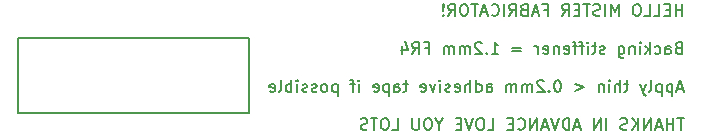
<source format=gbr>
%TF.GenerationSoftware,KiCad,Pcbnew,7.0.8*%
%TF.CreationDate,2024-06-14T11:44:33-04:00*%
%TF.ProjectId,mavnusadapter,6d61766e-7573-4616-9461-707465722e6b,rev?*%
%TF.SameCoordinates,Original*%
%TF.FileFunction,AssemblyDrawing,Bot*%
%FSLAX46Y46*%
G04 Gerber Fmt 4.6, Leading zero omitted, Abs format (unit mm)*
G04 Created by KiCad (PCBNEW 7.0.8) date 2024-06-14 11:44:33*
%MOMM*%
%LPD*%
G01*
G04 APERTURE LIST*
%ADD10C,0.150000*%
G04 APERTURE END LIST*
D10*
X15900400Y-16840200D02*
X35458400Y-16840200D01*
X35458400Y-23215600D01*
X15900400Y-23215600D01*
X15900400Y-16840200D01*
X72180220Y-14949419D02*
X72180220Y-13949419D01*
X72180220Y-14425609D02*
X71608792Y-14425609D01*
X71608792Y-14949419D02*
X71608792Y-13949419D01*
X71132601Y-14425609D02*
X70799268Y-14425609D01*
X70656411Y-14949419D02*
X71132601Y-14949419D01*
X71132601Y-14949419D02*
X71132601Y-13949419D01*
X71132601Y-13949419D02*
X70656411Y-13949419D01*
X69751649Y-14949419D02*
X70227839Y-14949419D01*
X70227839Y-14949419D02*
X70227839Y-13949419D01*
X68942125Y-14949419D02*
X69418315Y-14949419D01*
X69418315Y-14949419D02*
X69418315Y-13949419D01*
X68418315Y-13949419D02*
X68227839Y-13949419D01*
X68227839Y-13949419D02*
X68132601Y-13997038D01*
X68132601Y-13997038D02*
X68037363Y-14092276D01*
X68037363Y-14092276D02*
X67989744Y-14282752D01*
X67989744Y-14282752D02*
X67989744Y-14616085D01*
X67989744Y-14616085D02*
X68037363Y-14806561D01*
X68037363Y-14806561D02*
X68132601Y-14901800D01*
X68132601Y-14901800D02*
X68227839Y-14949419D01*
X68227839Y-14949419D02*
X68418315Y-14949419D01*
X68418315Y-14949419D02*
X68513553Y-14901800D01*
X68513553Y-14901800D02*
X68608791Y-14806561D01*
X68608791Y-14806561D02*
X68656410Y-14616085D01*
X68656410Y-14616085D02*
X68656410Y-14282752D01*
X68656410Y-14282752D02*
X68608791Y-14092276D01*
X68608791Y-14092276D02*
X68513553Y-13997038D01*
X68513553Y-13997038D02*
X68418315Y-13949419D01*
X66799267Y-14949419D02*
X66799267Y-13949419D01*
X66799267Y-13949419D02*
X66465934Y-14663704D01*
X66465934Y-14663704D02*
X66132601Y-13949419D01*
X66132601Y-13949419D02*
X66132601Y-14949419D01*
X65656410Y-14949419D02*
X65656410Y-13949419D01*
X65227839Y-14901800D02*
X65084982Y-14949419D01*
X65084982Y-14949419D02*
X64846887Y-14949419D01*
X64846887Y-14949419D02*
X64751649Y-14901800D01*
X64751649Y-14901800D02*
X64704030Y-14854180D01*
X64704030Y-14854180D02*
X64656411Y-14758942D01*
X64656411Y-14758942D02*
X64656411Y-14663704D01*
X64656411Y-14663704D02*
X64704030Y-14568466D01*
X64704030Y-14568466D02*
X64751649Y-14520847D01*
X64751649Y-14520847D02*
X64846887Y-14473228D01*
X64846887Y-14473228D02*
X65037363Y-14425609D01*
X65037363Y-14425609D02*
X65132601Y-14377990D01*
X65132601Y-14377990D02*
X65180220Y-14330371D01*
X65180220Y-14330371D02*
X65227839Y-14235133D01*
X65227839Y-14235133D02*
X65227839Y-14139895D01*
X65227839Y-14139895D02*
X65180220Y-14044657D01*
X65180220Y-14044657D02*
X65132601Y-13997038D01*
X65132601Y-13997038D02*
X65037363Y-13949419D01*
X65037363Y-13949419D02*
X64799268Y-13949419D01*
X64799268Y-13949419D02*
X64656411Y-13997038D01*
X64370696Y-13949419D02*
X63799268Y-13949419D01*
X64084982Y-14949419D02*
X64084982Y-13949419D01*
X63465934Y-14425609D02*
X63132601Y-14425609D01*
X62989744Y-14949419D02*
X63465934Y-14949419D01*
X63465934Y-14949419D02*
X63465934Y-13949419D01*
X63465934Y-13949419D02*
X62989744Y-13949419D01*
X61989744Y-14949419D02*
X62323077Y-14473228D01*
X62561172Y-14949419D02*
X62561172Y-13949419D01*
X62561172Y-13949419D02*
X62180220Y-13949419D01*
X62180220Y-13949419D02*
X62084982Y-13997038D01*
X62084982Y-13997038D02*
X62037363Y-14044657D01*
X62037363Y-14044657D02*
X61989744Y-14139895D01*
X61989744Y-14139895D02*
X61989744Y-14282752D01*
X61989744Y-14282752D02*
X62037363Y-14377990D01*
X62037363Y-14377990D02*
X62084982Y-14425609D01*
X62084982Y-14425609D02*
X62180220Y-14473228D01*
X62180220Y-14473228D02*
X62561172Y-14473228D01*
X60465934Y-14425609D02*
X60799267Y-14425609D01*
X60799267Y-14949419D02*
X60799267Y-13949419D01*
X60799267Y-13949419D02*
X60323077Y-13949419D01*
X59989743Y-14663704D02*
X59513553Y-14663704D01*
X60084981Y-14949419D02*
X59751648Y-13949419D01*
X59751648Y-13949419D02*
X59418315Y-14949419D01*
X58751648Y-14425609D02*
X58608791Y-14473228D01*
X58608791Y-14473228D02*
X58561172Y-14520847D01*
X58561172Y-14520847D02*
X58513553Y-14616085D01*
X58513553Y-14616085D02*
X58513553Y-14758942D01*
X58513553Y-14758942D02*
X58561172Y-14854180D01*
X58561172Y-14854180D02*
X58608791Y-14901800D01*
X58608791Y-14901800D02*
X58704029Y-14949419D01*
X58704029Y-14949419D02*
X59084981Y-14949419D01*
X59084981Y-14949419D02*
X59084981Y-13949419D01*
X59084981Y-13949419D02*
X58751648Y-13949419D01*
X58751648Y-13949419D02*
X58656410Y-13997038D01*
X58656410Y-13997038D02*
X58608791Y-14044657D01*
X58608791Y-14044657D02*
X58561172Y-14139895D01*
X58561172Y-14139895D02*
X58561172Y-14235133D01*
X58561172Y-14235133D02*
X58608791Y-14330371D01*
X58608791Y-14330371D02*
X58656410Y-14377990D01*
X58656410Y-14377990D02*
X58751648Y-14425609D01*
X58751648Y-14425609D02*
X59084981Y-14425609D01*
X57513553Y-14949419D02*
X57846886Y-14473228D01*
X58084981Y-14949419D02*
X58084981Y-13949419D01*
X58084981Y-13949419D02*
X57704029Y-13949419D01*
X57704029Y-13949419D02*
X57608791Y-13997038D01*
X57608791Y-13997038D02*
X57561172Y-14044657D01*
X57561172Y-14044657D02*
X57513553Y-14139895D01*
X57513553Y-14139895D02*
X57513553Y-14282752D01*
X57513553Y-14282752D02*
X57561172Y-14377990D01*
X57561172Y-14377990D02*
X57608791Y-14425609D01*
X57608791Y-14425609D02*
X57704029Y-14473228D01*
X57704029Y-14473228D02*
X58084981Y-14473228D01*
X57084981Y-14949419D02*
X57084981Y-13949419D01*
X56037363Y-14854180D02*
X56084982Y-14901800D01*
X56084982Y-14901800D02*
X56227839Y-14949419D01*
X56227839Y-14949419D02*
X56323077Y-14949419D01*
X56323077Y-14949419D02*
X56465934Y-14901800D01*
X56465934Y-14901800D02*
X56561172Y-14806561D01*
X56561172Y-14806561D02*
X56608791Y-14711323D01*
X56608791Y-14711323D02*
X56656410Y-14520847D01*
X56656410Y-14520847D02*
X56656410Y-14377990D01*
X56656410Y-14377990D02*
X56608791Y-14187514D01*
X56608791Y-14187514D02*
X56561172Y-14092276D01*
X56561172Y-14092276D02*
X56465934Y-13997038D01*
X56465934Y-13997038D02*
X56323077Y-13949419D01*
X56323077Y-13949419D02*
X56227839Y-13949419D01*
X56227839Y-13949419D02*
X56084982Y-13997038D01*
X56084982Y-13997038D02*
X56037363Y-14044657D01*
X55656410Y-14663704D02*
X55180220Y-14663704D01*
X55751648Y-14949419D02*
X55418315Y-13949419D01*
X55418315Y-13949419D02*
X55084982Y-14949419D01*
X54894505Y-13949419D02*
X54323077Y-13949419D01*
X54608791Y-14949419D02*
X54608791Y-13949419D01*
X53799267Y-13949419D02*
X53608791Y-13949419D01*
X53608791Y-13949419D02*
X53513553Y-13997038D01*
X53513553Y-13997038D02*
X53418315Y-14092276D01*
X53418315Y-14092276D02*
X53370696Y-14282752D01*
X53370696Y-14282752D02*
X53370696Y-14616085D01*
X53370696Y-14616085D02*
X53418315Y-14806561D01*
X53418315Y-14806561D02*
X53513553Y-14901800D01*
X53513553Y-14901800D02*
X53608791Y-14949419D01*
X53608791Y-14949419D02*
X53799267Y-14949419D01*
X53799267Y-14949419D02*
X53894505Y-14901800D01*
X53894505Y-14901800D02*
X53989743Y-14806561D01*
X53989743Y-14806561D02*
X54037362Y-14616085D01*
X54037362Y-14616085D02*
X54037362Y-14282752D01*
X54037362Y-14282752D02*
X53989743Y-14092276D01*
X53989743Y-14092276D02*
X53894505Y-13997038D01*
X53894505Y-13997038D02*
X53799267Y-13949419D01*
X52370696Y-14949419D02*
X52704029Y-14473228D01*
X52942124Y-14949419D02*
X52942124Y-13949419D01*
X52942124Y-13949419D02*
X52561172Y-13949419D01*
X52561172Y-13949419D02*
X52465934Y-13997038D01*
X52465934Y-13997038D02*
X52418315Y-14044657D01*
X52418315Y-14044657D02*
X52370696Y-14139895D01*
X52370696Y-14139895D02*
X52370696Y-14282752D01*
X52370696Y-14282752D02*
X52418315Y-14377990D01*
X52418315Y-14377990D02*
X52465934Y-14425609D01*
X52465934Y-14425609D02*
X52561172Y-14473228D01*
X52561172Y-14473228D02*
X52942124Y-14473228D01*
X51942124Y-14854180D02*
X51894505Y-14901800D01*
X51894505Y-14901800D02*
X51942124Y-14949419D01*
X51942124Y-14949419D02*
X51989743Y-14901800D01*
X51989743Y-14901800D02*
X51942124Y-14854180D01*
X51942124Y-14854180D02*
X51942124Y-14949419D01*
X51942124Y-14568466D02*
X51989743Y-13997038D01*
X51989743Y-13997038D02*
X51942124Y-13949419D01*
X51942124Y-13949419D02*
X51894505Y-13997038D01*
X51894505Y-13997038D02*
X51942124Y-14568466D01*
X51942124Y-14568466D02*
X51942124Y-13949419D01*
X71846887Y-17645609D02*
X71704030Y-17693228D01*
X71704030Y-17693228D02*
X71656411Y-17740847D01*
X71656411Y-17740847D02*
X71608792Y-17836085D01*
X71608792Y-17836085D02*
X71608792Y-17978942D01*
X71608792Y-17978942D02*
X71656411Y-18074180D01*
X71656411Y-18074180D02*
X71704030Y-18121800D01*
X71704030Y-18121800D02*
X71799268Y-18169419D01*
X71799268Y-18169419D02*
X72180220Y-18169419D01*
X72180220Y-18169419D02*
X72180220Y-17169419D01*
X72180220Y-17169419D02*
X71846887Y-17169419D01*
X71846887Y-17169419D02*
X71751649Y-17217038D01*
X71751649Y-17217038D02*
X71704030Y-17264657D01*
X71704030Y-17264657D02*
X71656411Y-17359895D01*
X71656411Y-17359895D02*
X71656411Y-17455133D01*
X71656411Y-17455133D02*
X71704030Y-17550371D01*
X71704030Y-17550371D02*
X71751649Y-17597990D01*
X71751649Y-17597990D02*
X71846887Y-17645609D01*
X71846887Y-17645609D02*
X72180220Y-17645609D01*
X70751649Y-18169419D02*
X70751649Y-17645609D01*
X70751649Y-17645609D02*
X70799268Y-17550371D01*
X70799268Y-17550371D02*
X70894506Y-17502752D01*
X70894506Y-17502752D02*
X71084982Y-17502752D01*
X71084982Y-17502752D02*
X71180220Y-17550371D01*
X70751649Y-18121800D02*
X70846887Y-18169419D01*
X70846887Y-18169419D02*
X71084982Y-18169419D01*
X71084982Y-18169419D02*
X71180220Y-18121800D01*
X71180220Y-18121800D02*
X71227839Y-18026561D01*
X71227839Y-18026561D02*
X71227839Y-17931323D01*
X71227839Y-17931323D02*
X71180220Y-17836085D01*
X71180220Y-17836085D02*
X71084982Y-17788466D01*
X71084982Y-17788466D02*
X70846887Y-17788466D01*
X70846887Y-17788466D02*
X70751649Y-17740847D01*
X69846887Y-18121800D02*
X69942125Y-18169419D01*
X69942125Y-18169419D02*
X70132601Y-18169419D01*
X70132601Y-18169419D02*
X70227839Y-18121800D01*
X70227839Y-18121800D02*
X70275458Y-18074180D01*
X70275458Y-18074180D02*
X70323077Y-17978942D01*
X70323077Y-17978942D02*
X70323077Y-17693228D01*
X70323077Y-17693228D02*
X70275458Y-17597990D01*
X70275458Y-17597990D02*
X70227839Y-17550371D01*
X70227839Y-17550371D02*
X70132601Y-17502752D01*
X70132601Y-17502752D02*
X69942125Y-17502752D01*
X69942125Y-17502752D02*
X69846887Y-17550371D01*
X69418315Y-18169419D02*
X69418315Y-17169419D01*
X69323077Y-17788466D02*
X69037363Y-18169419D01*
X69037363Y-17502752D02*
X69418315Y-17883704D01*
X68608791Y-18169419D02*
X68608791Y-17502752D01*
X68608791Y-17169419D02*
X68656410Y-17217038D01*
X68656410Y-17217038D02*
X68608791Y-17264657D01*
X68608791Y-17264657D02*
X68561172Y-17217038D01*
X68561172Y-17217038D02*
X68608791Y-17169419D01*
X68608791Y-17169419D02*
X68608791Y-17264657D01*
X68132601Y-17502752D02*
X68132601Y-18169419D01*
X68132601Y-17597990D02*
X68084982Y-17550371D01*
X68084982Y-17550371D02*
X67989744Y-17502752D01*
X67989744Y-17502752D02*
X67846887Y-17502752D01*
X67846887Y-17502752D02*
X67751649Y-17550371D01*
X67751649Y-17550371D02*
X67704030Y-17645609D01*
X67704030Y-17645609D02*
X67704030Y-18169419D01*
X66799268Y-17502752D02*
X66799268Y-18312276D01*
X66799268Y-18312276D02*
X66846887Y-18407514D01*
X66846887Y-18407514D02*
X66894506Y-18455133D01*
X66894506Y-18455133D02*
X66989744Y-18502752D01*
X66989744Y-18502752D02*
X67132601Y-18502752D01*
X67132601Y-18502752D02*
X67227839Y-18455133D01*
X66799268Y-18121800D02*
X66894506Y-18169419D01*
X66894506Y-18169419D02*
X67084982Y-18169419D01*
X67084982Y-18169419D02*
X67180220Y-18121800D01*
X67180220Y-18121800D02*
X67227839Y-18074180D01*
X67227839Y-18074180D02*
X67275458Y-17978942D01*
X67275458Y-17978942D02*
X67275458Y-17693228D01*
X67275458Y-17693228D02*
X67227839Y-17597990D01*
X67227839Y-17597990D02*
X67180220Y-17550371D01*
X67180220Y-17550371D02*
X67084982Y-17502752D01*
X67084982Y-17502752D02*
X66894506Y-17502752D01*
X66894506Y-17502752D02*
X66799268Y-17550371D01*
X65608791Y-18121800D02*
X65513553Y-18169419D01*
X65513553Y-18169419D02*
X65323077Y-18169419D01*
X65323077Y-18169419D02*
X65227839Y-18121800D01*
X65227839Y-18121800D02*
X65180220Y-18026561D01*
X65180220Y-18026561D02*
X65180220Y-17978942D01*
X65180220Y-17978942D02*
X65227839Y-17883704D01*
X65227839Y-17883704D02*
X65323077Y-17836085D01*
X65323077Y-17836085D02*
X65465934Y-17836085D01*
X65465934Y-17836085D02*
X65561172Y-17788466D01*
X65561172Y-17788466D02*
X65608791Y-17693228D01*
X65608791Y-17693228D02*
X65608791Y-17645609D01*
X65608791Y-17645609D02*
X65561172Y-17550371D01*
X65561172Y-17550371D02*
X65465934Y-17502752D01*
X65465934Y-17502752D02*
X65323077Y-17502752D01*
X65323077Y-17502752D02*
X65227839Y-17550371D01*
X64894505Y-17502752D02*
X64513553Y-17502752D01*
X64751648Y-17169419D02*
X64751648Y-18026561D01*
X64751648Y-18026561D02*
X64704029Y-18121800D01*
X64704029Y-18121800D02*
X64608791Y-18169419D01*
X64608791Y-18169419D02*
X64513553Y-18169419D01*
X64180219Y-18169419D02*
X64180219Y-17502752D01*
X64180219Y-17169419D02*
X64227838Y-17217038D01*
X64227838Y-17217038D02*
X64180219Y-17264657D01*
X64180219Y-17264657D02*
X64132600Y-17217038D01*
X64132600Y-17217038D02*
X64180219Y-17169419D01*
X64180219Y-17169419D02*
X64180219Y-17264657D01*
X63846886Y-17502752D02*
X63465934Y-17502752D01*
X63704029Y-18169419D02*
X63704029Y-17312276D01*
X63704029Y-17312276D02*
X63656410Y-17217038D01*
X63656410Y-17217038D02*
X63561172Y-17169419D01*
X63561172Y-17169419D02*
X63465934Y-17169419D01*
X63275457Y-17502752D02*
X62894505Y-17502752D01*
X63132600Y-18169419D02*
X63132600Y-17312276D01*
X63132600Y-17312276D02*
X63084981Y-17217038D01*
X63084981Y-17217038D02*
X62989743Y-17169419D01*
X62989743Y-17169419D02*
X62894505Y-17169419D01*
X62180219Y-18121800D02*
X62275457Y-18169419D01*
X62275457Y-18169419D02*
X62465933Y-18169419D01*
X62465933Y-18169419D02*
X62561171Y-18121800D01*
X62561171Y-18121800D02*
X62608790Y-18026561D01*
X62608790Y-18026561D02*
X62608790Y-17645609D01*
X62608790Y-17645609D02*
X62561171Y-17550371D01*
X62561171Y-17550371D02*
X62465933Y-17502752D01*
X62465933Y-17502752D02*
X62275457Y-17502752D01*
X62275457Y-17502752D02*
X62180219Y-17550371D01*
X62180219Y-17550371D02*
X62132600Y-17645609D01*
X62132600Y-17645609D02*
X62132600Y-17740847D01*
X62132600Y-17740847D02*
X62608790Y-17836085D01*
X61704028Y-17502752D02*
X61704028Y-18169419D01*
X61704028Y-17597990D02*
X61656409Y-17550371D01*
X61656409Y-17550371D02*
X61561171Y-17502752D01*
X61561171Y-17502752D02*
X61418314Y-17502752D01*
X61418314Y-17502752D02*
X61323076Y-17550371D01*
X61323076Y-17550371D02*
X61275457Y-17645609D01*
X61275457Y-17645609D02*
X61275457Y-18169419D01*
X60418314Y-18121800D02*
X60513552Y-18169419D01*
X60513552Y-18169419D02*
X60704028Y-18169419D01*
X60704028Y-18169419D02*
X60799266Y-18121800D01*
X60799266Y-18121800D02*
X60846885Y-18026561D01*
X60846885Y-18026561D02*
X60846885Y-17645609D01*
X60846885Y-17645609D02*
X60799266Y-17550371D01*
X60799266Y-17550371D02*
X60704028Y-17502752D01*
X60704028Y-17502752D02*
X60513552Y-17502752D01*
X60513552Y-17502752D02*
X60418314Y-17550371D01*
X60418314Y-17550371D02*
X60370695Y-17645609D01*
X60370695Y-17645609D02*
X60370695Y-17740847D01*
X60370695Y-17740847D02*
X60846885Y-17836085D01*
X59942123Y-18169419D02*
X59942123Y-17502752D01*
X59942123Y-17693228D02*
X59894504Y-17597990D01*
X59894504Y-17597990D02*
X59846885Y-17550371D01*
X59846885Y-17550371D02*
X59751647Y-17502752D01*
X59751647Y-17502752D02*
X59656409Y-17502752D01*
X58561170Y-17645609D02*
X57799266Y-17645609D01*
X57799266Y-17931323D02*
X58561170Y-17931323D01*
X56037361Y-18169419D02*
X56608789Y-18169419D01*
X56323075Y-18169419D02*
X56323075Y-17169419D01*
X56323075Y-17169419D02*
X56418313Y-17312276D01*
X56418313Y-17312276D02*
X56513551Y-17407514D01*
X56513551Y-17407514D02*
X56608789Y-17455133D01*
X55608789Y-18074180D02*
X55561170Y-18121800D01*
X55561170Y-18121800D02*
X55608789Y-18169419D01*
X55608789Y-18169419D02*
X55656408Y-18121800D01*
X55656408Y-18121800D02*
X55608789Y-18074180D01*
X55608789Y-18074180D02*
X55608789Y-18169419D01*
X55180218Y-17264657D02*
X55132599Y-17217038D01*
X55132599Y-17217038D02*
X55037361Y-17169419D01*
X55037361Y-17169419D02*
X54799266Y-17169419D01*
X54799266Y-17169419D02*
X54704028Y-17217038D01*
X54704028Y-17217038D02*
X54656409Y-17264657D01*
X54656409Y-17264657D02*
X54608790Y-17359895D01*
X54608790Y-17359895D02*
X54608790Y-17455133D01*
X54608790Y-17455133D02*
X54656409Y-17597990D01*
X54656409Y-17597990D02*
X55227837Y-18169419D01*
X55227837Y-18169419D02*
X54608790Y-18169419D01*
X54180218Y-18169419D02*
X54180218Y-17502752D01*
X54180218Y-17597990D02*
X54132599Y-17550371D01*
X54132599Y-17550371D02*
X54037361Y-17502752D01*
X54037361Y-17502752D02*
X53894504Y-17502752D01*
X53894504Y-17502752D02*
X53799266Y-17550371D01*
X53799266Y-17550371D02*
X53751647Y-17645609D01*
X53751647Y-17645609D02*
X53751647Y-18169419D01*
X53751647Y-17645609D02*
X53704028Y-17550371D01*
X53704028Y-17550371D02*
X53608790Y-17502752D01*
X53608790Y-17502752D02*
X53465933Y-17502752D01*
X53465933Y-17502752D02*
X53370694Y-17550371D01*
X53370694Y-17550371D02*
X53323075Y-17645609D01*
X53323075Y-17645609D02*
X53323075Y-18169419D01*
X52846885Y-18169419D02*
X52846885Y-17502752D01*
X52846885Y-17597990D02*
X52799266Y-17550371D01*
X52799266Y-17550371D02*
X52704028Y-17502752D01*
X52704028Y-17502752D02*
X52561171Y-17502752D01*
X52561171Y-17502752D02*
X52465933Y-17550371D01*
X52465933Y-17550371D02*
X52418314Y-17645609D01*
X52418314Y-17645609D02*
X52418314Y-18169419D01*
X52418314Y-17645609D02*
X52370695Y-17550371D01*
X52370695Y-17550371D02*
X52275457Y-17502752D01*
X52275457Y-17502752D02*
X52132600Y-17502752D01*
X52132600Y-17502752D02*
X52037361Y-17550371D01*
X52037361Y-17550371D02*
X51989742Y-17645609D01*
X51989742Y-17645609D02*
X51989742Y-18169419D01*
X50418314Y-17645609D02*
X50751647Y-17645609D01*
X50751647Y-18169419D02*
X50751647Y-17169419D01*
X50751647Y-17169419D02*
X50275457Y-17169419D01*
X49323076Y-18169419D02*
X49656409Y-17693228D01*
X49894504Y-18169419D02*
X49894504Y-17169419D01*
X49894504Y-17169419D02*
X49513552Y-17169419D01*
X49513552Y-17169419D02*
X49418314Y-17217038D01*
X49418314Y-17217038D02*
X49370695Y-17264657D01*
X49370695Y-17264657D02*
X49323076Y-17359895D01*
X49323076Y-17359895D02*
X49323076Y-17502752D01*
X49323076Y-17502752D02*
X49370695Y-17597990D01*
X49370695Y-17597990D02*
X49418314Y-17645609D01*
X49418314Y-17645609D02*
X49513552Y-17693228D01*
X49513552Y-17693228D02*
X49894504Y-17693228D01*
X48465933Y-17502752D02*
X48465933Y-18169419D01*
X48704028Y-17121800D02*
X48942123Y-17836085D01*
X48942123Y-17836085D02*
X48323076Y-17836085D01*
X72227839Y-21103704D02*
X71751649Y-21103704D01*
X72323077Y-21389419D02*
X71989744Y-20389419D01*
X71989744Y-20389419D02*
X71656411Y-21389419D01*
X71323077Y-20722752D02*
X71323077Y-21722752D01*
X71323077Y-20770371D02*
X71227839Y-20722752D01*
X71227839Y-20722752D02*
X71037363Y-20722752D01*
X71037363Y-20722752D02*
X70942125Y-20770371D01*
X70942125Y-20770371D02*
X70894506Y-20817990D01*
X70894506Y-20817990D02*
X70846887Y-20913228D01*
X70846887Y-20913228D02*
X70846887Y-21198942D01*
X70846887Y-21198942D02*
X70894506Y-21294180D01*
X70894506Y-21294180D02*
X70942125Y-21341800D01*
X70942125Y-21341800D02*
X71037363Y-21389419D01*
X71037363Y-21389419D02*
X71227839Y-21389419D01*
X71227839Y-21389419D02*
X71323077Y-21341800D01*
X70418315Y-20722752D02*
X70418315Y-21722752D01*
X70418315Y-20770371D02*
X70323077Y-20722752D01*
X70323077Y-20722752D02*
X70132601Y-20722752D01*
X70132601Y-20722752D02*
X70037363Y-20770371D01*
X70037363Y-20770371D02*
X69989744Y-20817990D01*
X69989744Y-20817990D02*
X69942125Y-20913228D01*
X69942125Y-20913228D02*
X69942125Y-21198942D01*
X69942125Y-21198942D02*
X69989744Y-21294180D01*
X69989744Y-21294180D02*
X70037363Y-21341800D01*
X70037363Y-21341800D02*
X70132601Y-21389419D01*
X70132601Y-21389419D02*
X70323077Y-21389419D01*
X70323077Y-21389419D02*
X70418315Y-21341800D01*
X69370696Y-21389419D02*
X69465934Y-21341800D01*
X69465934Y-21341800D02*
X69513553Y-21246561D01*
X69513553Y-21246561D02*
X69513553Y-20389419D01*
X69084981Y-20722752D02*
X68846886Y-21389419D01*
X68608791Y-20722752D02*
X68846886Y-21389419D01*
X68846886Y-21389419D02*
X68942124Y-21627514D01*
X68942124Y-21627514D02*
X68989743Y-21675133D01*
X68989743Y-21675133D02*
X69084981Y-21722752D01*
X67608790Y-20722752D02*
X67227838Y-20722752D01*
X67465933Y-20389419D02*
X67465933Y-21246561D01*
X67465933Y-21246561D02*
X67418314Y-21341800D01*
X67418314Y-21341800D02*
X67323076Y-21389419D01*
X67323076Y-21389419D02*
X67227838Y-21389419D01*
X66894504Y-21389419D02*
X66894504Y-20389419D01*
X66465933Y-21389419D02*
X66465933Y-20865609D01*
X66465933Y-20865609D02*
X66513552Y-20770371D01*
X66513552Y-20770371D02*
X66608790Y-20722752D01*
X66608790Y-20722752D02*
X66751647Y-20722752D01*
X66751647Y-20722752D02*
X66846885Y-20770371D01*
X66846885Y-20770371D02*
X66894504Y-20817990D01*
X65989742Y-21389419D02*
X65989742Y-20722752D01*
X65989742Y-20389419D02*
X66037361Y-20437038D01*
X66037361Y-20437038D02*
X65989742Y-20484657D01*
X65989742Y-20484657D02*
X65942123Y-20437038D01*
X65942123Y-20437038D02*
X65989742Y-20389419D01*
X65989742Y-20389419D02*
X65989742Y-20484657D01*
X65513552Y-20722752D02*
X65513552Y-21389419D01*
X65513552Y-20817990D02*
X65465933Y-20770371D01*
X65465933Y-20770371D02*
X65370695Y-20722752D01*
X65370695Y-20722752D02*
X65227838Y-20722752D01*
X65227838Y-20722752D02*
X65132600Y-20770371D01*
X65132600Y-20770371D02*
X65084981Y-20865609D01*
X65084981Y-20865609D02*
X65084981Y-21389419D01*
X63084981Y-20722752D02*
X63846885Y-21008466D01*
X63846885Y-21008466D02*
X63084981Y-21294180D01*
X61656409Y-20389419D02*
X61561171Y-20389419D01*
X61561171Y-20389419D02*
X61465933Y-20437038D01*
X61465933Y-20437038D02*
X61418314Y-20484657D01*
X61418314Y-20484657D02*
X61370695Y-20579895D01*
X61370695Y-20579895D02*
X61323076Y-20770371D01*
X61323076Y-20770371D02*
X61323076Y-21008466D01*
X61323076Y-21008466D02*
X61370695Y-21198942D01*
X61370695Y-21198942D02*
X61418314Y-21294180D01*
X61418314Y-21294180D02*
X61465933Y-21341800D01*
X61465933Y-21341800D02*
X61561171Y-21389419D01*
X61561171Y-21389419D02*
X61656409Y-21389419D01*
X61656409Y-21389419D02*
X61751647Y-21341800D01*
X61751647Y-21341800D02*
X61799266Y-21294180D01*
X61799266Y-21294180D02*
X61846885Y-21198942D01*
X61846885Y-21198942D02*
X61894504Y-21008466D01*
X61894504Y-21008466D02*
X61894504Y-20770371D01*
X61894504Y-20770371D02*
X61846885Y-20579895D01*
X61846885Y-20579895D02*
X61799266Y-20484657D01*
X61799266Y-20484657D02*
X61751647Y-20437038D01*
X61751647Y-20437038D02*
X61656409Y-20389419D01*
X60894504Y-21294180D02*
X60846885Y-21341800D01*
X60846885Y-21341800D02*
X60894504Y-21389419D01*
X60894504Y-21389419D02*
X60942123Y-21341800D01*
X60942123Y-21341800D02*
X60894504Y-21294180D01*
X60894504Y-21294180D02*
X60894504Y-21389419D01*
X60465933Y-20484657D02*
X60418314Y-20437038D01*
X60418314Y-20437038D02*
X60323076Y-20389419D01*
X60323076Y-20389419D02*
X60084981Y-20389419D01*
X60084981Y-20389419D02*
X59989743Y-20437038D01*
X59989743Y-20437038D02*
X59942124Y-20484657D01*
X59942124Y-20484657D02*
X59894505Y-20579895D01*
X59894505Y-20579895D02*
X59894505Y-20675133D01*
X59894505Y-20675133D02*
X59942124Y-20817990D01*
X59942124Y-20817990D02*
X60513552Y-21389419D01*
X60513552Y-21389419D02*
X59894505Y-21389419D01*
X59465933Y-21389419D02*
X59465933Y-20722752D01*
X59465933Y-20817990D02*
X59418314Y-20770371D01*
X59418314Y-20770371D02*
X59323076Y-20722752D01*
X59323076Y-20722752D02*
X59180219Y-20722752D01*
X59180219Y-20722752D02*
X59084981Y-20770371D01*
X59084981Y-20770371D02*
X59037362Y-20865609D01*
X59037362Y-20865609D02*
X59037362Y-21389419D01*
X59037362Y-20865609D02*
X58989743Y-20770371D01*
X58989743Y-20770371D02*
X58894505Y-20722752D01*
X58894505Y-20722752D02*
X58751648Y-20722752D01*
X58751648Y-20722752D02*
X58656409Y-20770371D01*
X58656409Y-20770371D02*
X58608790Y-20865609D01*
X58608790Y-20865609D02*
X58608790Y-21389419D01*
X58132600Y-21389419D02*
X58132600Y-20722752D01*
X58132600Y-20817990D02*
X58084981Y-20770371D01*
X58084981Y-20770371D02*
X57989743Y-20722752D01*
X57989743Y-20722752D02*
X57846886Y-20722752D01*
X57846886Y-20722752D02*
X57751648Y-20770371D01*
X57751648Y-20770371D02*
X57704029Y-20865609D01*
X57704029Y-20865609D02*
X57704029Y-21389419D01*
X57704029Y-20865609D02*
X57656410Y-20770371D01*
X57656410Y-20770371D02*
X57561172Y-20722752D01*
X57561172Y-20722752D02*
X57418315Y-20722752D01*
X57418315Y-20722752D02*
X57323076Y-20770371D01*
X57323076Y-20770371D02*
X57275457Y-20865609D01*
X57275457Y-20865609D02*
X57275457Y-21389419D01*
X55608791Y-21389419D02*
X55608791Y-20865609D01*
X55608791Y-20865609D02*
X55656410Y-20770371D01*
X55656410Y-20770371D02*
X55751648Y-20722752D01*
X55751648Y-20722752D02*
X55942124Y-20722752D01*
X55942124Y-20722752D02*
X56037362Y-20770371D01*
X55608791Y-21341800D02*
X55704029Y-21389419D01*
X55704029Y-21389419D02*
X55942124Y-21389419D01*
X55942124Y-21389419D02*
X56037362Y-21341800D01*
X56037362Y-21341800D02*
X56084981Y-21246561D01*
X56084981Y-21246561D02*
X56084981Y-21151323D01*
X56084981Y-21151323D02*
X56037362Y-21056085D01*
X56037362Y-21056085D02*
X55942124Y-21008466D01*
X55942124Y-21008466D02*
X55704029Y-21008466D01*
X55704029Y-21008466D02*
X55608791Y-20960847D01*
X54704029Y-21389419D02*
X54704029Y-20389419D01*
X54704029Y-21341800D02*
X54799267Y-21389419D01*
X54799267Y-21389419D02*
X54989743Y-21389419D01*
X54989743Y-21389419D02*
X55084981Y-21341800D01*
X55084981Y-21341800D02*
X55132600Y-21294180D01*
X55132600Y-21294180D02*
X55180219Y-21198942D01*
X55180219Y-21198942D02*
X55180219Y-20913228D01*
X55180219Y-20913228D02*
X55132600Y-20817990D01*
X55132600Y-20817990D02*
X55084981Y-20770371D01*
X55084981Y-20770371D02*
X54989743Y-20722752D01*
X54989743Y-20722752D02*
X54799267Y-20722752D01*
X54799267Y-20722752D02*
X54704029Y-20770371D01*
X54227838Y-21389419D02*
X54227838Y-20389419D01*
X53799267Y-21389419D02*
X53799267Y-20865609D01*
X53799267Y-20865609D02*
X53846886Y-20770371D01*
X53846886Y-20770371D02*
X53942124Y-20722752D01*
X53942124Y-20722752D02*
X54084981Y-20722752D01*
X54084981Y-20722752D02*
X54180219Y-20770371D01*
X54180219Y-20770371D02*
X54227838Y-20817990D01*
X52942124Y-21341800D02*
X53037362Y-21389419D01*
X53037362Y-21389419D02*
X53227838Y-21389419D01*
X53227838Y-21389419D02*
X53323076Y-21341800D01*
X53323076Y-21341800D02*
X53370695Y-21246561D01*
X53370695Y-21246561D02*
X53370695Y-20865609D01*
X53370695Y-20865609D02*
X53323076Y-20770371D01*
X53323076Y-20770371D02*
X53227838Y-20722752D01*
X53227838Y-20722752D02*
X53037362Y-20722752D01*
X53037362Y-20722752D02*
X52942124Y-20770371D01*
X52942124Y-20770371D02*
X52894505Y-20865609D01*
X52894505Y-20865609D02*
X52894505Y-20960847D01*
X52894505Y-20960847D02*
X53370695Y-21056085D01*
X52513552Y-21341800D02*
X52418314Y-21389419D01*
X52418314Y-21389419D02*
X52227838Y-21389419D01*
X52227838Y-21389419D02*
X52132600Y-21341800D01*
X52132600Y-21341800D02*
X52084981Y-21246561D01*
X52084981Y-21246561D02*
X52084981Y-21198942D01*
X52084981Y-21198942D02*
X52132600Y-21103704D01*
X52132600Y-21103704D02*
X52227838Y-21056085D01*
X52227838Y-21056085D02*
X52370695Y-21056085D01*
X52370695Y-21056085D02*
X52465933Y-21008466D01*
X52465933Y-21008466D02*
X52513552Y-20913228D01*
X52513552Y-20913228D02*
X52513552Y-20865609D01*
X52513552Y-20865609D02*
X52465933Y-20770371D01*
X52465933Y-20770371D02*
X52370695Y-20722752D01*
X52370695Y-20722752D02*
X52227838Y-20722752D01*
X52227838Y-20722752D02*
X52132600Y-20770371D01*
X51656409Y-21389419D02*
X51656409Y-20722752D01*
X51656409Y-20389419D02*
X51704028Y-20437038D01*
X51704028Y-20437038D02*
X51656409Y-20484657D01*
X51656409Y-20484657D02*
X51608790Y-20437038D01*
X51608790Y-20437038D02*
X51656409Y-20389419D01*
X51656409Y-20389419D02*
X51656409Y-20484657D01*
X51275457Y-20722752D02*
X51037362Y-21389419D01*
X51037362Y-21389419D02*
X50799267Y-20722752D01*
X50037362Y-21341800D02*
X50132600Y-21389419D01*
X50132600Y-21389419D02*
X50323076Y-21389419D01*
X50323076Y-21389419D02*
X50418314Y-21341800D01*
X50418314Y-21341800D02*
X50465933Y-21246561D01*
X50465933Y-21246561D02*
X50465933Y-20865609D01*
X50465933Y-20865609D02*
X50418314Y-20770371D01*
X50418314Y-20770371D02*
X50323076Y-20722752D01*
X50323076Y-20722752D02*
X50132600Y-20722752D01*
X50132600Y-20722752D02*
X50037362Y-20770371D01*
X50037362Y-20770371D02*
X49989743Y-20865609D01*
X49989743Y-20865609D02*
X49989743Y-20960847D01*
X49989743Y-20960847D02*
X50465933Y-21056085D01*
X48942123Y-20722752D02*
X48561171Y-20722752D01*
X48799266Y-20389419D02*
X48799266Y-21246561D01*
X48799266Y-21246561D02*
X48751647Y-21341800D01*
X48751647Y-21341800D02*
X48656409Y-21389419D01*
X48656409Y-21389419D02*
X48561171Y-21389419D01*
X47799266Y-21389419D02*
X47799266Y-20865609D01*
X47799266Y-20865609D02*
X47846885Y-20770371D01*
X47846885Y-20770371D02*
X47942123Y-20722752D01*
X47942123Y-20722752D02*
X48132599Y-20722752D01*
X48132599Y-20722752D02*
X48227837Y-20770371D01*
X47799266Y-21341800D02*
X47894504Y-21389419D01*
X47894504Y-21389419D02*
X48132599Y-21389419D01*
X48132599Y-21389419D02*
X48227837Y-21341800D01*
X48227837Y-21341800D02*
X48275456Y-21246561D01*
X48275456Y-21246561D02*
X48275456Y-21151323D01*
X48275456Y-21151323D02*
X48227837Y-21056085D01*
X48227837Y-21056085D02*
X48132599Y-21008466D01*
X48132599Y-21008466D02*
X47894504Y-21008466D01*
X47894504Y-21008466D02*
X47799266Y-20960847D01*
X47323075Y-20722752D02*
X47323075Y-21722752D01*
X47323075Y-20770371D02*
X47227837Y-20722752D01*
X47227837Y-20722752D02*
X47037361Y-20722752D01*
X47037361Y-20722752D02*
X46942123Y-20770371D01*
X46942123Y-20770371D02*
X46894504Y-20817990D01*
X46894504Y-20817990D02*
X46846885Y-20913228D01*
X46846885Y-20913228D02*
X46846885Y-21198942D01*
X46846885Y-21198942D02*
X46894504Y-21294180D01*
X46894504Y-21294180D02*
X46942123Y-21341800D01*
X46942123Y-21341800D02*
X47037361Y-21389419D01*
X47037361Y-21389419D02*
X47227837Y-21389419D01*
X47227837Y-21389419D02*
X47323075Y-21341800D01*
X46037361Y-21341800D02*
X46132599Y-21389419D01*
X46132599Y-21389419D02*
X46323075Y-21389419D01*
X46323075Y-21389419D02*
X46418313Y-21341800D01*
X46418313Y-21341800D02*
X46465932Y-21246561D01*
X46465932Y-21246561D02*
X46465932Y-20865609D01*
X46465932Y-20865609D02*
X46418313Y-20770371D01*
X46418313Y-20770371D02*
X46323075Y-20722752D01*
X46323075Y-20722752D02*
X46132599Y-20722752D01*
X46132599Y-20722752D02*
X46037361Y-20770371D01*
X46037361Y-20770371D02*
X45989742Y-20865609D01*
X45989742Y-20865609D02*
X45989742Y-20960847D01*
X45989742Y-20960847D02*
X46465932Y-21056085D01*
X44799265Y-21389419D02*
X44799265Y-20722752D01*
X44799265Y-20389419D02*
X44846884Y-20437038D01*
X44846884Y-20437038D02*
X44799265Y-20484657D01*
X44799265Y-20484657D02*
X44751646Y-20437038D01*
X44751646Y-20437038D02*
X44799265Y-20389419D01*
X44799265Y-20389419D02*
X44799265Y-20484657D01*
X44465932Y-20722752D02*
X44084980Y-20722752D01*
X44323075Y-21389419D02*
X44323075Y-20532276D01*
X44323075Y-20532276D02*
X44275456Y-20437038D01*
X44275456Y-20437038D02*
X44180218Y-20389419D01*
X44180218Y-20389419D02*
X44084980Y-20389419D01*
X42989741Y-20722752D02*
X42989741Y-21722752D01*
X42989741Y-20770371D02*
X42894503Y-20722752D01*
X42894503Y-20722752D02*
X42704027Y-20722752D01*
X42704027Y-20722752D02*
X42608789Y-20770371D01*
X42608789Y-20770371D02*
X42561170Y-20817990D01*
X42561170Y-20817990D02*
X42513551Y-20913228D01*
X42513551Y-20913228D02*
X42513551Y-21198942D01*
X42513551Y-21198942D02*
X42561170Y-21294180D01*
X42561170Y-21294180D02*
X42608789Y-21341800D01*
X42608789Y-21341800D02*
X42704027Y-21389419D01*
X42704027Y-21389419D02*
X42894503Y-21389419D01*
X42894503Y-21389419D02*
X42989741Y-21341800D01*
X41942122Y-21389419D02*
X42037360Y-21341800D01*
X42037360Y-21341800D02*
X42084979Y-21294180D01*
X42084979Y-21294180D02*
X42132598Y-21198942D01*
X42132598Y-21198942D02*
X42132598Y-20913228D01*
X42132598Y-20913228D02*
X42084979Y-20817990D01*
X42084979Y-20817990D02*
X42037360Y-20770371D01*
X42037360Y-20770371D02*
X41942122Y-20722752D01*
X41942122Y-20722752D02*
X41799265Y-20722752D01*
X41799265Y-20722752D02*
X41704027Y-20770371D01*
X41704027Y-20770371D02*
X41656408Y-20817990D01*
X41656408Y-20817990D02*
X41608789Y-20913228D01*
X41608789Y-20913228D02*
X41608789Y-21198942D01*
X41608789Y-21198942D02*
X41656408Y-21294180D01*
X41656408Y-21294180D02*
X41704027Y-21341800D01*
X41704027Y-21341800D02*
X41799265Y-21389419D01*
X41799265Y-21389419D02*
X41942122Y-21389419D01*
X41227836Y-21341800D02*
X41132598Y-21389419D01*
X41132598Y-21389419D02*
X40942122Y-21389419D01*
X40942122Y-21389419D02*
X40846884Y-21341800D01*
X40846884Y-21341800D02*
X40799265Y-21246561D01*
X40799265Y-21246561D02*
X40799265Y-21198942D01*
X40799265Y-21198942D02*
X40846884Y-21103704D01*
X40846884Y-21103704D02*
X40942122Y-21056085D01*
X40942122Y-21056085D02*
X41084979Y-21056085D01*
X41084979Y-21056085D02*
X41180217Y-21008466D01*
X41180217Y-21008466D02*
X41227836Y-20913228D01*
X41227836Y-20913228D02*
X41227836Y-20865609D01*
X41227836Y-20865609D02*
X41180217Y-20770371D01*
X41180217Y-20770371D02*
X41084979Y-20722752D01*
X41084979Y-20722752D02*
X40942122Y-20722752D01*
X40942122Y-20722752D02*
X40846884Y-20770371D01*
X40418312Y-21341800D02*
X40323074Y-21389419D01*
X40323074Y-21389419D02*
X40132598Y-21389419D01*
X40132598Y-21389419D02*
X40037360Y-21341800D01*
X40037360Y-21341800D02*
X39989741Y-21246561D01*
X39989741Y-21246561D02*
X39989741Y-21198942D01*
X39989741Y-21198942D02*
X40037360Y-21103704D01*
X40037360Y-21103704D02*
X40132598Y-21056085D01*
X40132598Y-21056085D02*
X40275455Y-21056085D01*
X40275455Y-21056085D02*
X40370693Y-21008466D01*
X40370693Y-21008466D02*
X40418312Y-20913228D01*
X40418312Y-20913228D02*
X40418312Y-20865609D01*
X40418312Y-20865609D02*
X40370693Y-20770371D01*
X40370693Y-20770371D02*
X40275455Y-20722752D01*
X40275455Y-20722752D02*
X40132598Y-20722752D01*
X40132598Y-20722752D02*
X40037360Y-20770371D01*
X39561169Y-21389419D02*
X39561169Y-20722752D01*
X39561169Y-20389419D02*
X39608788Y-20437038D01*
X39608788Y-20437038D02*
X39561169Y-20484657D01*
X39561169Y-20484657D02*
X39513550Y-20437038D01*
X39513550Y-20437038D02*
X39561169Y-20389419D01*
X39561169Y-20389419D02*
X39561169Y-20484657D01*
X39084979Y-21389419D02*
X39084979Y-20389419D01*
X39084979Y-20770371D02*
X38989741Y-20722752D01*
X38989741Y-20722752D02*
X38799265Y-20722752D01*
X38799265Y-20722752D02*
X38704027Y-20770371D01*
X38704027Y-20770371D02*
X38656408Y-20817990D01*
X38656408Y-20817990D02*
X38608789Y-20913228D01*
X38608789Y-20913228D02*
X38608789Y-21198942D01*
X38608789Y-21198942D02*
X38656408Y-21294180D01*
X38656408Y-21294180D02*
X38704027Y-21341800D01*
X38704027Y-21341800D02*
X38799265Y-21389419D01*
X38799265Y-21389419D02*
X38989741Y-21389419D01*
X38989741Y-21389419D02*
X39084979Y-21341800D01*
X38037360Y-21389419D02*
X38132598Y-21341800D01*
X38132598Y-21341800D02*
X38180217Y-21246561D01*
X38180217Y-21246561D02*
X38180217Y-20389419D01*
X37275455Y-21341800D02*
X37370693Y-21389419D01*
X37370693Y-21389419D02*
X37561169Y-21389419D01*
X37561169Y-21389419D02*
X37656407Y-21341800D01*
X37656407Y-21341800D02*
X37704026Y-21246561D01*
X37704026Y-21246561D02*
X37704026Y-20865609D01*
X37704026Y-20865609D02*
X37656407Y-20770371D01*
X37656407Y-20770371D02*
X37561169Y-20722752D01*
X37561169Y-20722752D02*
X37370693Y-20722752D01*
X37370693Y-20722752D02*
X37275455Y-20770371D01*
X37275455Y-20770371D02*
X37227836Y-20865609D01*
X37227836Y-20865609D02*
X37227836Y-20960847D01*
X37227836Y-20960847D02*
X37704026Y-21056085D01*
X72323077Y-23609419D02*
X71751649Y-23609419D01*
X72037363Y-24609419D02*
X72037363Y-23609419D01*
X71418315Y-24609419D02*
X71418315Y-23609419D01*
X71418315Y-24085609D02*
X70846887Y-24085609D01*
X70846887Y-24609419D02*
X70846887Y-23609419D01*
X70418315Y-24323704D02*
X69942125Y-24323704D01*
X70513553Y-24609419D02*
X70180220Y-23609419D01*
X70180220Y-23609419D02*
X69846887Y-24609419D01*
X69513553Y-24609419D02*
X69513553Y-23609419D01*
X69513553Y-23609419D02*
X68942125Y-24609419D01*
X68942125Y-24609419D02*
X68942125Y-23609419D01*
X68465934Y-24609419D02*
X68465934Y-23609419D01*
X67894506Y-24609419D02*
X68323077Y-24037990D01*
X67894506Y-23609419D02*
X68465934Y-24180847D01*
X67513553Y-24561800D02*
X67370696Y-24609419D01*
X67370696Y-24609419D02*
X67132601Y-24609419D01*
X67132601Y-24609419D02*
X67037363Y-24561800D01*
X67037363Y-24561800D02*
X66989744Y-24514180D01*
X66989744Y-24514180D02*
X66942125Y-24418942D01*
X66942125Y-24418942D02*
X66942125Y-24323704D01*
X66942125Y-24323704D02*
X66989744Y-24228466D01*
X66989744Y-24228466D02*
X67037363Y-24180847D01*
X67037363Y-24180847D02*
X67132601Y-24133228D01*
X67132601Y-24133228D02*
X67323077Y-24085609D01*
X67323077Y-24085609D02*
X67418315Y-24037990D01*
X67418315Y-24037990D02*
X67465934Y-23990371D01*
X67465934Y-23990371D02*
X67513553Y-23895133D01*
X67513553Y-23895133D02*
X67513553Y-23799895D01*
X67513553Y-23799895D02*
X67465934Y-23704657D01*
X67465934Y-23704657D02*
X67418315Y-23657038D01*
X67418315Y-23657038D02*
X67323077Y-23609419D01*
X67323077Y-23609419D02*
X67084982Y-23609419D01*
X67084982Y-23609419D02*
X66942125Y-23657038D01*
X65751648Y-24609419D02*
X65751648Y-23609419D01*
X65275458Y-24609419D02*
X65275458Y-23609419D01*
X65275458Y-23609419D02*
X64704030Y-24609419D01*
X64704030Y-24609419D02*
X64704030Y-23609419D01*
X63513553Y-24323704D02*
X63037363Y-24323704D01*
X63608791Y-24609419D02*
X63275458Y-23609419D01*
X63275458Y-23609419D02*
X62942125Y-24609419D01*
X62608791Y-24609419D02*
X62608791Y-23609419D01*
X62608791Y-23609419D02*
X62370696Y-23609419D01*
X62370696Y-23609419D02*
X62227839Y-23657038D01*
X62227839Y-23657038D02*
X62132601Y-23752276D01*
X62132601Y-23752276D02*
X62084982Y-23847514D01*
X62084982Y-23847514D02*
X62037363Y-24037990D01*
X62037363Y-24037990D02*
X62037363Y-24180847D01*
X62037363Y-24180847D02*
X62084982Y-24371323D01*
X62084982Y-24371323D02*
X62132601Y-24466561D01*
X62132601Y-24466561D02*
X62227839Y-24561800D01*
X62227839Y-24561800D02*
X62370696Y-24609419D01*
X62370696Y-24609419D02*
X62608791Y-24609419D01*
X61751648Y-23609419D02*
X61418315Y-24609419D01*
X61418315Y-24609419D02*
X61084982Y-23609419D01*
X60799267Y-24323704D02*
X60323077Y-24323704D01*
X60894505Y-24609419D02*
X60561172Y-23609419D01*
X60561172Y-23609419D02*
X60227839Y-24609419D01*
X59894505Y-24609419D02*
X59894505Y-23609419D01*
X59894505Y-23609419D02*
X59323077Y-24609419D01*
X59323077Y-24609419D02*
X59323077Y-23609419D01*
X58275458Y-24514180D02*
X58323077Y-24561800D01*
X58323077Y-24561800D02*
X58465934Y-24609419D01*
X58465934Y-24609419D02*
X58561172Y-24609419D01*
X58561172Y-24609419D02*
X58704029Y-24561800D01*
X58704029Y-24561800D02*
X58799267Y-24466561D01*
X58799267Y-24466561D02*
X58846886Y-24371323D01*
X58846886Y-24371323D02*
X58894505Y-24180847D01*
X58894505Y-24180847D02*
X58894505Y-24037990D01*
X58894505Y-24037990D02*
X58846886Y-23847514D01*
X58846886Y-23847514D02*
X58799267Y-23752276D01*
X58799267Y-23752276D02*
X58704029Y-23657038D01*
X58704029Y-23657038D02*
X58561172Y-23609419D01*
X58561172Y-23609419D02*
X58465934Y-23609419D01*
X58465934Y-23609419D02*
X58323077Y-23657038D01*
X58323077Y-23657038D02*
X58275458Y-23704657D01*
X57846886Y-24085609D02*
X57513553Y-24085609D01*
X57370696Y-24609419D02*
X57846886Y-24609419D01*
X57846886Y-24609419D02*
X57846886Y-23609419D01*
X57846886Y-23609419D02*
X57370696Y-23609419D01*
X55704029Y-24609419D02*
X56180219Y-24609419D01*
X56180219Y-24609419D02*
X56180219Y-23609419D01*
X55180219Y-23609419D02*
X54989743Y-23609419D01*
X54989743Y-23609419D02*
X54894505Y-23657038D01*
X54894505Y-23657038D02*
X54799267Y-23752276D01*
X54799267Y-23752276D02*
X54751648Y-23942752D01*
X54751648Y-23942752D02*
X54751648Y-24276085D01*
X54751648Y-24276085D02*
X54799267Y-24466561D01*
X54799267Y-24466561D02*
X54894505Y-24561800D01*
X54894505Y-24561800D02*
X54989743Y-24609419D01*
X54989743Y-24609419D02*
X55180219Y-24609419D01*
X55180219Y-24609419D02*
X55275457Y-24561800D01*
X55275457Y-24561800D02*
X55370695Y-24466561D01*
X55370695Y-24466561D02*
X55418314Y-24276085D01*
X55418314Y-24276085D02*
X55418314Y-23942752D01*
X55418314Y-23942752D02*
X55370695Y-23752276D01*
X55370695Y-23752276D02*
X55275457Y-23657038D01*
X55275457Y-23657038D02*
X55180219Y-23609419D01*
X54465933Y-23609419D02*
X54132600Y-24609419D01*
X54132600Y-24609419D02*
X53799267Y-23609419D01*
X53465933Y-24085609D02*
X53132600Y-24085609D01*
X52989743Y-24609419D02*
X53465933Y-24609419D01*
X53465933Y-24609419D02*
X53465933Y-23609419D01*
X53465933Y-23609419D02*
X52989743Y-23609419D01*
X51608790Y-24133228D02*
X51608790Y-24609419D01*
X51942123Y-23609419D02*
X51608790Y-24133228D01*
X51608790Y-24133228D02*
X51275457Y-23609419D01*
X50751647Y-23609419D02*
X50561171Y-23609419D01*
X50561171Y-23609419D02*
X50465933Y-23657038D01*
X50465933Y-23657038D02*
X50370695Y-23752276D01*
X50370695Y-23752276D02*
X50323076Y-23942752D01*
X50323076Y-23942752D02*
X50323076Y-24276085D01*
X50323076Y-24276085D02*
X50370695Y-24466561D01*
X50370695Y-24466561D02*
X50465933Y-24561800D01*
X50465933Y-24561800D02*
X50561171Y-24609419D01*
X50561171Y-24609419D02*
X50751647Y-24609419D01*
X50751647Y-24609419D02*
X50846885Y-24561800D01*
X50846885Y-24561800D02*
X50942123Y-24466561D01*
X50942123Y-24466561D02*
X50989742Y-24276085D01*
X50989742Y-24276085D02*
X50989742Y-23942752D01*
X50989742Y-23942752D02*
X50942123Y-23752276D01*
X50942123Y-23752276D02*
X50846885Y-23657038D01*
X50846885Y-23657038D02*
X50751647Y-23609419D01*
X49894504Y-23609419D02*
X49894504Y-24418942D01*
X49894504Y-24418942D02*
X49846885Y-24514180D01*
X49846885Y-24514180D02*
X49799266Y-24561800D01*
X49799266Y-24561800D02*
X49704028Y-24609419D01*
X49704028Y-24609419D02*
X49513552Y-24609419D01*
X49513552Y-24609419D02*
X49418314Y-24561800D01*
X49418314Y-24561800D02*
X49370695Y-24514180D01*
X49370695Y-24514180D02*
X49323076Y-24418942D01*
X49323076Y-24418942D02*
X49323076Y-23609419D01*
X47608790Y-24609419D02*
X48084980Y-24609419D01*
X48084980Y-24609419D02*
X48084980Y-23609419D01*
X47084980Y-23609419D02*
X46894504Y-23609419D01*
X46894504Y-23609419D02*
X46799266Y-23657038D01*
X46799266Y-23657038D02*
X46704028Y-23752276D01*
X46704028Y-23752276D02*
X46656409Y-23942752D01*
X46656409Y-23942752D02*
X46656409Y-24276085D01*
X46656409Y-24276085D02*
X46704028Y-24466561D01*
X46704028Y-24466561D02*
X46799266Y-24561800D01*
X46799266Y-24561800D02*
X46894504Y-24609419D01*
X46894504Y-24609419D02*
X47084980Y-24609419D01*
X47084980Y-24609419D02*
X47180218Y-24561800D01*
X47180218Y-24561800D02*
X47275456Y-24466561D01*
X47275456Y-24466561D02*
X47323075Y-24276085D01*
X47323075Y-24276085D02*
X47323075Y-23942752D01*
X47323075Y-23942752D02*
X47275456Y-23752276D01*
X47275456Y-23752276D02*
X47180218Y-23657038D01*
X47180218Y-23657038D02*
X47084980Y-23609419D01*
X46370694Y-23609419D02*
X45799266Y-23609419D01*
X46084980Y-24609419D02*
X46084980Y-23609419D01*
X45513551Y-24561800D02*
X45370694Y-24609419D01*
X45370694Y-24609419D02*
X45132599Y-24609419D01*
X45132599Y-24609419D02*
X45037361Y-24561800D01*
X45037361Y-24561800D02*
X44989742Y-24514180D01*
X44989742Y-24514180D02*
X44942123Y-24418942D01*
X44942123Y-24418942D02*
X44942123Y-24323704D01*
X44942123Y-24323704D02*
X44989742Y-24228466D01*
X44989742Y-24228466D02*
X45037361Y-24180847D01*
X45037361Y-24180847D02*
X45132599Y-24133228D01*
X45132599Y-24133228D02*
X45323075Y-24085609D01*
X45323075Y-24085609D02*
X45418313Y-24037990D01*
X45418313Y-24037990D02*
X45465932Y-23990371D01*
X45465932Y-23990371D02*
X45513551Y-23895133D01*
X45513551Y-23895133D02*
X45513551Y-23799895D01*
X45513551Y-23799895D02*
X45465932Y-23704657D01*
X45465932Y-23704657D02*
X45418313Y-23657038D01*
X45418313Y-23657038D02*
X45323075Y-23609419D01*
X45323075Y-23609419D02*
X45084980Y-23609419D01*
X45084980Y-23609419D02*
X44942123Y-23657038D01*
M02*

</source>
